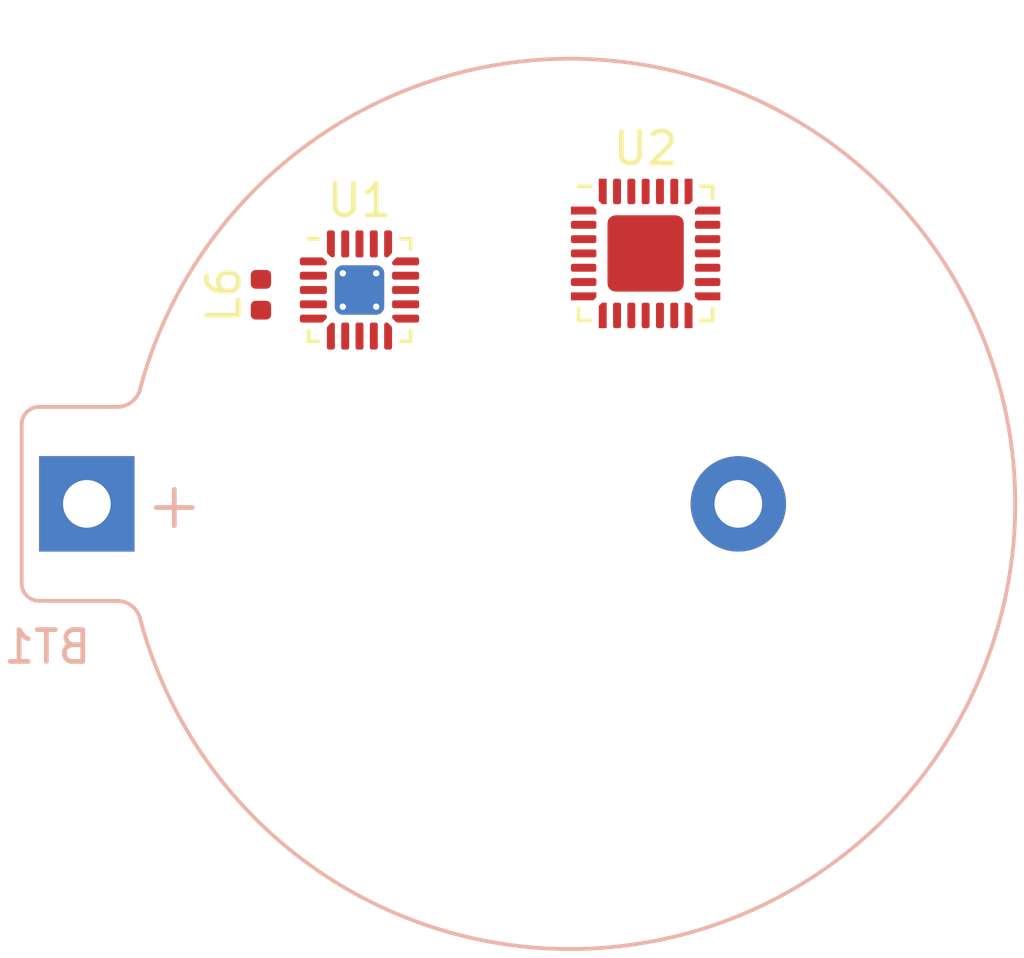
<source format=kicad_pcb>
(kicad_pcb (version 20171130) (host pcbnew 5.0.2-bee76a0~70~ubuntu18.04.1)

  (general
    (thickness 1.6)
    (drawings 0)
    (tracks 0)
    (zones 0)
    (modules 4)
    (nets 45)
  )

  (page A4)
  (layers
    (0 F.Cu signal)
    (31 B.Cu signal)
    (32 B.Adhes user)
    (33 F.Adhes user)
    (34 B.Paste user)
    (35 F.Paste user)
    (36 B.SilkS user)
    (37 F.SilkS user)
    (38 B.Mask user)
    (39 F.Mask user)
    (40 Dwgs.User user)
    (41 Cmts.User user)
    (42 Eco1.User user)
    (43 Eco2.User user)
    (44 Edge.Cuts user)
    (45 Margin user)
    (46 B.CrtYd user)
    (47 F.CrtYd user)
    (48 B.Fab user)
    (49 F.Fab user)
  )

  (setup
    (last_trace_width 0.25)
    (trace_clearance 0.2)
    (zone_clearance 0.508)
    (zone_45_only no)
    (trace_min 0.2)
    (segment_width 0.2)
    (edge_width 0.15)
    (via_size 0.8)
    (via_drill 0.4)
    (via_min_size 0.4)
    (via_min_drill 0.3)
    (uvia_size 0.3)
    (uvia_drill 0.1)
    (uvias_allowed no)
    (uvia_min_size 0.2)
    (uvia_min_drill 0.1)
    (pcb_text_width 0.3)
    (pcb_text_size 1.5 1.5)
    (mod_edge_width 0.15)
    (mod_text_size 1 1)
    (mod_text_width 0.15)
    (pad_size 1.524 1.524)
    (pad_drill 0.762)
    (pad_to_mask_clearance 0.051)
    (solder_mask_min_width 0.25)
    (aux_axis_origin 0 0)
    (visible_elements FFFFFF7F)
    (pcbplotparams
      (layerselection 0x010fc_ffffffff)
      (usegerberextensions false)
      (usegerberattributes false)
      (usegerberadvancedattributes false)
      (creategerberjobfile false)
      (excludeedgelayer true)
      (linewidth 0.100000)
      (plotframeref false)
      (viasonmask false)
      (mode 1)
      (useauxorigin false)
      (hpglpennumber 1)
      (hpglpenspeed 20)
      (hpglpendiameter 15.000000)
      (psnegative false)
      (psa4output false)
      (plotreference true)
      (plotvalue true)
      (plotinvisibletext false)
      (padsonsilk false)
      (subtractmaskfromsilk false)
      (outputformat 1)
      (mirror false)
      (drillshape 1)
      (scaleselection 1)
      (outputdirectory ""))
  )

  (net 0 "")
  (net 1 GND)
  (net 2 +3V3)
  (net 3 "Net-(C6-Pad2)")
  (net 4 "Net-(C4-Pad1)")
  (net 5 "Net-(U1-Pad2)")
  (net 6 "Net-(C5-Pad2)")
  (net 7 "Net-(U1-Pad10)")
  (net 8 "Net-(U1-Pad11)")
  (net 9 "Net-(U1-Pad12)")
  (net 10 "Net-(U1-Pad13)")
  (net 11 "Net-(U1-Pad14)")
  (net 12 "Net-(U1-Pad15)")
  (net 13 "Net-(U1-Pad16)")
  (net 14 "Net-(U1-Pad17)")
  (net 15 "Net-(U1-Pad18)")
  (net 16 "Net-(U1-Pad19)")
  (net 17 "Net-(U1-Pad20)")
  (net 18 "Net-(U2-Pad18)")
  (net 19 "Net-(U2-Pad1)")
  (net 20 "Net-(U2-Pad2)")
  (net 21 "Net-(U2-Pad3)")
  (net 22 "Net-(U2-Pad5)")
  (net 23 "Net-(U2-Pad6)")
  (net 24 "Net-(U2-Pad7)")
  (net 25 "Net-(U2-Pad8)")
  (net 26 "Net-(U2-Pad9)")
  (net 27 "Net-(U2-Pad10)")
  (net 28 "Net-(U2-Pad11)")
  (net 29 "Net-(U2-Pad12)")
  (net 30 "Net-(U2-Pad13)")
  (net 31 "Net-(U2-Pad14)")
  (net 32 "Net-(U2-Pad15)")
  (net 33 "Net-(U2-Pad16)")
  (net 34 "Net-(U2-Pad17)")
  (net 35 "Net-(U2-Pad19)")
  (net 36 "Net-(U2-Pad20)")
  (net 37 "Net-(U2-Pad21)")
  (net 38 "Net-(U2-Pad22)")
  (net 39 "Net-(U2-Pad23)")
  (net 40 "Net-(U2-Pad24)")
  (net 41 "Net-(U2-Pad25)")
  (net 42 "Net-(U2-Pad26)")
  (net 43 "Net-(U2-Pad27)")
  (net 44 "Net-(U2-Pad28)")

  (net_class Default "This is the default net class."
    (clearance 0.2)
    (trace_width 0.25)
    (via_dia 0.8)
    (via_drill 0.4)
    (uvia_dia 0.3)
    (uvia_drill 0.1)
    (add_net +3V3)
    (add_net GND)
    (add_net "Net-(C4-Pad1)")
    (add_net "Net-(C5-Pad2)")
    (add_net "Net-(C6-Pad2)")
    (add_net "Net-(U1-Pad10)")
    (add_net "Net-(U1-Pad11)")
    (add_net "Net-(U1-Pad12)")
    (add_net "Net-(U1-Pad13)")
    (add_net "Net-(U1-Pad14)")
    (add_net "Net-(U1-Pad15)")
    (add_net "Net-(U1-Pad16)")
    (add_net "Net-(U1-Pad17)")
    (add_net "Net-(U1-Pad18)")
    (add_net "Net-(U1-Pad19)")
    (add_net "Net-(U1-Pad2)")
    (add_net "Net-(U1-Pad20)")
    (add_net "Net-(U2-Pad1)")
    (add_net "Net-(U2-Pad10)")
    (add_net "Net-(U2-Pad11)")
    (add_net "Net-(U2-Pad12)")
    (add_net "Net-(U2-Pad13)")
    (add_net "Net-(U2-Pad14)")
    (add_net "Net-(U2-Pad15)")
    (add_net "Net-(U2-Pad16)")
    (add_net "Net-(U2-Pad17)")
    (add_net "Net-(U2-Pad18)")
    (add_net "Net-(U2-Pad19)")
    (add_net "Net-(U2-Pad2)")
    (add_net "Net-(U2-Pad20)")
    (add_net "Net-(U2-Pad21)")
    (add_net "Net-(U2-Pad22)")
    (add_net "Net-(U2-Pad23)")
    (add_net "Net-(U2-Pad24)")
    (add_net "Net-(U2-Pad25)")
    (add_net "Net-(U2-Pad26)")
    (add_net "Net-(U2-Pad27)")
    (add_net "Net-(U2-Pad28)")
    (add_net "Net-(U2-Pad3)")
    (add_net "Net-(U2-Pad5)")
    (add_net "Net-(U2-Pad6)")
    (add_net "Net-(U2-Pad7)")
    (add_net "Net-(U2-Pad8)")
    (add_net "Net-(U2-Pad9)")
  )

  (module Battery:BatteryHolder_Keystone_107_1x23mm (layer B.Cu) (tedit 5787C387) (tstamp 5D55120B)
    (at 109.825001 88.877162)
    (descr http://www.keyelco.com/product-pdf.cfm?p=746)
    (tags "Keystone type 107 battery holder")
    (path /5D590C17)
    (fp_text reference BT1 (at -1.25 4.5) (layer B.SilkS)
      (effects (font (size 1 1) (thickness 0.15)) (justify mirror))
    )
    (fp_text value Battery_Cell (at 15 -15) (layer B.Fab)
      (effects (font (size 1 1) (thickness 0.15)) (justify mirror))
    )
    (fp_text user + (at 2.75 0) (layer B.SilkS)
      (effects (font (size 1.5 1.5) (thickness 0.15)) (justify mirror))
    )
    (fp_text user %R (at 0 0) (layer B.Fab)
      (effects (font (size 1 1) (thickness 0.15)) (justify mirror))
    )
    (fp_arc (start 15.2 0) (end 1.65 -3.52) (angle 165.5) (layer B.SilkS) (width 0.12))
    (fp_arc (start 15.2 0) (end 1.8 -3.5) (angle 165.5) (layer B.Fab) (width 0.1))
    (fp_arc (start 15.2 0) (end 1.65 3.52) (angle -165.5) (layer B.SilkS) (width 0.12))
    (fp_arc (start 15.2 0) (end 1.8 3.5) (angle -165.5) (layer B.Fab) (width 0.1))
    (fp_arc (start 0.95 -3.8) (end 0.95 -3.05) (angle -70) (layer B.SilkS) (width 0.12))
    (fp_arc (start 0.95 -3.8) (end 0.95 -2.9) (angle -70) (layer B.Fab) (width 0.1))
    (fp_arc (start 0.95 3.8) (end 0.95 3.05) (angle 70) (layer B.SilkS) (width 0.12))
    (fp_arc (start 0.95 3.8) (end 0.95 2.9) (angle 70) (layer B.Fab) (width 0.1))
    (fp_line (start 0.95 3.05) (end -1.5 3.05) (layer B.SilkS) (width 0.12))
    (fp_line (start -1.5 -3.05) (end 0.95 -3.05) (layer B.SilkS) (width 0.12))
    (fp_arc (start -1.5 2.5) (end -2.05 2.5) (angle -90) (layer B.SilkS) (width 0.12))
    (fp_arc (start -1.5 -2.5) (end -2.05 -2.5) (angle 90) (layer B.SilkS) (width 0.12))
    (fp_line (start -2.05 2.5) (end -2.05 -2.5) (layer B.SilkS) (width 0.12))
    (fp_line (start 0.95 2.9) (end -1.5 2.9) (layer B.Fab) (width 0.1))
    (fp_line (start -1.5 -2.9) (end 0.95 -2.9) (layer B.Fab) (width 0.1))
    (fp_arc (start -1.5 -2.5) (end -1.9 -2.5) (angle 90) (layer B.Fab) (width 0.1))
    (fp_arc (start -1.5 2.5) (end -2.3 2.5) (angle -90) (layer B.CrtYd) (width 0.05))
    (fp_line (start -2.3 2.5) (end -2.3 -2.5) (layer B.CrtYd) (width 0.05))
    (fp_arc (start 0.95 -3.8) (end 0.95 -3.3) (angle -70) (layer B.CrtYd) (width 0.05))
    (fp_arc (start 15.2 0) (end 1.41 -3.6) (angle 165.5) (layer B.CrtYd) (width 0.05))
    (fp_arc (start 15.2 0) (end 1.41 3.6) (angle -165.5) (layer B.CrtYd) (width 0.05))
    (fp_arc (start 15.2 0) (end 3.7 -1.3) (angle 180) (layer B.Fab) (width 0.1))
    (fp_arc (start 15.2 0) (end 9 -1.3) (angle 170) (layer B.Fab) (width 0.1))
    (fp_arc (start 15.2 0) (end 13.3 -1.3) (angle 150) (layer B.Fab) (width 0.1))
    (fp_arc (start 15.2 0) (end 13.3 1.3) (angle -150) (layer B.Fab) (width 0.1))
    (fp_arc (start 15.2 0) (end 9 1.3) (angle -170) (layer B.Fab) (width 0.1))
    (fp_arc (start 15.2 0) (end 3.7 1.3) (angle -180) (layer B.Fab) (width 0.1))
    (fp_line (start 0.95 3.3) (end -1.5 3.3) (layer B.CrtYd) (width 0.05))
    (fp_line (start -1.5 -3.3) (end 0.95 -3.3) (layer B.CrtYd) (width 0.05))
    (fp_line (start -1.9 2.5) (end -1.9 -2.5) (layer B.Fab) (width 0.1))
    (fp_line (start 0 -1.3) (end 16.2 -1.3) (layer B.Fab) (width 0.1))
    (fp_line (start 16.2 1.3) (end 0 1.3) (layer B.Fab) (width 0.1))
    (fp_arc (start 0.95 3.8) (end 0.95 3.3) (angle 70) (layer B.CrtYd) (width 0.05))
    (fp_arc (start 16.2 0) (end 16.2 1.3) (angle -180) (layer B.Fab) (width 0.1))
    (fp_line (start 0 1.3) (end 0 -1.3) (layer B.Fab) (width 0.1))
    (fp_arc (start -1.5 -2.5) (end -2.3 -2.5) (angle 90) (layer B.CrtYd) (width 0.05))
    (fp_arc (start -1.5 2.5) (end -1.9 2.5) (angle -90) (layer B.Fab) (width 0.1))
    (fp_line (start 23.7236 -7.8613) (end 25.3673 -9.3907) (layer B.Fab) (width 0.1))
    (fp_line (start 23.7109 7.8867) (end 25.3392 9.4388) (layer B.Fab) (width 0.1))
    (pad 2 thru_hole circle (at 20.49 0) (size 3 3) (drill 1.5) (layers *.Cu *.Mask)
      (net 1 GND))
    (pad 1 thru_hole rect (at 0 0) (size 3 3) (drill 1.5) (layers *.Cu *.Mask)
      (net 2 +3V3))
    (model ${KISYS3DMOD}/Battery.3dshapes/BatteryHolder_Keystone_107_1x23mm.wrl
      (at (xyz 0 0 0))
      (scale (xyz 1 1 1))
      (rotate (xyz 0 0 0))
    )
  )

  (module Inductor_SMD:L_0402_1005Metric (layer F.Cu) (tedit 5B301BBE) (tstamp 5D55121A)
    (at 115.3 82.3 90)
    (descr "Inductor SMD 0402 (1005 Metric), square (rectangular) end terminal, IPC_7351 nominal, (Body size source: http://www.tortai-tech.com/upload/download/2011102023233369053.pdf), generated with kicad-footprint-generator")
    (tags inductor)
    (path /5D57BDFE)
    (attr smd)
    (fp_text reference L6 (at 0 -1.17 90) (layer F.SilkS)
      (effects (font (size 1 1) (thickness 0.15)))
    )
    (fp_text value 18nH (at 0 1.17 90) (layer F.Fab)
      (effects (font (size 1 1) (thickness 0.15)))
    )
    (fp_line (start -0.5 0.25) (end -0.5 -0.25) (layer F.Fab) (width 0.1))
    (fp_line (start -0.5 -0.25) (end 0.5 -0.25) (layer F.Fab) (width 0.1))
    (fp_line (start 0.5 -0.25) (end 0.5 0.25) (layer F.Fab) (width 0.1))
    (fp_line (start 0.5 0.25) (end -0.5 0.25) (layer F.Fab) (width 0.1))
    (fp_line (start -0.93 0.47) (end -0.93 -0.47) (layer F.CrtYd) (width 0.05))
    (fp_line (start -0.93 -0.47) (end 0.93 -0.47) (layer F.CrtYd) (width 0.05))
    (fp_line (start 0.93 -0.47) (end 0.93 0.47) (layer F.CrtYd) (width 0.05))
    (fp_line (start 0.93 0.47) (end -0.93 0.47) (layer F.CrtYd) (width 0.05))
    (fp_text user %R (at 0 0 90) (layer F.Fab)
      (effects (font (size 0.25 0.25) (thickness 0.04)))
    )
    (pad 1 smd roundrect (at -0.485 0 90) (size 0.59 0.64) (layers F.Cu F.Paste F.Mask) (roundrect_rratio 0.25)
      (net 3 "Net-(C6-Pad2)"))
    (pad 2 smd roundrect (at 0.485 0 90) (size 0.59 0.64) (layers F.Cu F.Paste F.Mask) (roundrect_rratio 0.25)
      (net 4 "Net-(C4-Pad1)"))
    (model ${KISYS3DMOD}/Inductor_SMD.3dshapes/L_0402_1005Metric.wrl
      (at (xyz 0 0 0))
      (scale (xyz 1 1 1))
      (rotate (xyz 0 0 0))
    )
  )

  (module Package_DFN_QFN:VQFN-20-1EP_3x3mm_P0.45mm_EP1.55x1.55mm_ThermalVias (layer F.Cu) (tedit 5BBD37D9) (tstamp 5D55124D)
    (at 118.4 82.15)
    (descr "VQFN, 20 Pin (http://ww1.microchip.com/downloads/en/DeviceDoc/doc8246.pdf (page 264)), generated with kicad-footprint-generator ipc_dfn_qfn_generator.py")
    (tags "VQFN DFN_QFN")
    (path /5D57BABF)
    (attr smd)
    (fp_text reference U1 (at 0 -2.82) (layer F.SilkS)
      (effects (font (size 1 1) (thickness 0.15)))
    )
    (fp_text value SI4455 (at 0 2.82) (layer F.Fab)
      (effects (font (size 1 1) (thickness 0.15)))
    )
    (fp_line (start 1.285 -1.61) (end 1.61 -1.61) (layer F.SilkS) (width 0.12))
    (fp_line (start 1.61 -1.61) (end 1.61 -1.285) (layer F.SilkS) (width 0.12))
    (fp_line (start -1.285 1.61) (end -1.61 1.61) (layer F.SilkS) (width 0.12))
    (fp_line (start -1.61 1.61) (end -1.61 1.285) (layer F.SilkS) (width 0.12))
    (fp_line (start 1.285 1.61) (end 1.61 1.61) (layer F.SilkS) (width 0.12))
    (fp_line (start 1.61 1.61) (end 1.61 1.285) (layer F.SilkS) (width 0.12))
    (fp_line (start -1.285 -1.61) (end -1.61 -1.61) (layer F.SilkS) (width 0.12))
    (fp_line (start -0.75 -1.5) (end 1.5 -1.5) (layer F.Fab) (width 0.1))
    (fp_line (start 1.5 -1.5) (end 1.5 1.5) (layer F.Fab) (width 0.1))
    (fp_line (start 1.5 1.5) (end -1.5 1.5) (layer F.Fab) (width 0.1))
    (fp_line (start -1.5 1.5) (end -1.5 -0.75) (layer F.Fab) (width 0.1))
    (fp_line (start -1.5 -0.75) (end -0.75 -1.5) (layer F.Fab) (width 0.1))
    (fp_line (start -2.12 -2.12) (end -2.12 2.12) (layer F.CrtYd) (width 0.05))
    (fp_line (start -2.12 2.12) (end 2.12 2.12) (layer F.CrtYd) (width 0.05))
    (fp_line (start 2.12 2.12) (end 2.12 -2.12) (layer F.CrtYd) (width 0.05))
    (fp_line (start 2.12 -2.12) (end -2.12 -2.12) (layer F.CrtYd) (width 0.05))
    (fp_text user %R (at 0 0) (layer F.Fab)
      (effects (font (size 0.75 0.75) (thickness 0.11)))
    )
    (pad 21 smd roundrect (at 0 0) (size 1.55 1.55) (layers F.Cu F.Mask) (roundrect_rratio 0.16129))
    (pad 21 thru_hole circle (at -0.525 -0.525) (size 0.5 0.5) (drill 0.2) (layers *.Cu))
    (pad 21 thru_hole circle (at 0.525 -0.525) (size 0.5 0.5) (drill 0.2) (layers *.Cu))
    (pad 21 thru_hole circle (at -0.525 0.525) (size 0.5 0.5) (drill 0.2) (layers *.Cu))
    (pad 21 thru_hole circle (at 0.525 0.525) (size 0.5 0.5) (drill 0.2) (layers *.Cu))
    (pad 21 smd roundrect (at 0 0) (size 1.55 1.55) (layers B.Cu) (roundrect_rratio 0.16129))
    (pad "" smd roundrect (at -0.39 -0.39) (size 0.67 0.67) (layers F.Paste) (roundrect_rratio 0.25))
    (pad "" smd roundrect (at -0.39 0.39) (size 0.67 0.67) (layers F.Paste) (roundrect_rratio 0.25))
    (pad "" smd roundrect (at 0.39 -0.39) (size 0.67 0.67) (layers F.Paste) (roundrect_rratio 0.25))
    (pad "" smd roundrect (at 0.39 0.39) (size 0.67 0.67) (layers F.Paste) (roundrect_rratio 0.25))
    (pad 1 smd custom (at -1.45 -0.9) (size 0.179289 0.179289) (layers F.Cu F.Paste F.Mask)
      (net 1 GND)
      (options (clearance outline) (anchor circle))
      (primitives
        (gr_poly (pts
           (xy -0.3625 -0.0625) (xy 0.2625 -0.0625) (xy 0.3625 0.0375) (xy 0.3625 0.0625) (xy -0.3625 0.0625)
) (width 0.125))
      ))
    (pad 2 smd roundrect (at -1.45 -0.45) (size 0.85 0.25) (layers F.Cu F.Paste F.Mask) (roundrect_rratio 0.25)
      (net 5 "Net-(U1-Pad2)"))
    (pad 3 smd roundrect (at -1.45 0) (size 0.85 0.25) (layers F.Cu F.Paste F.Mask) (roundrect_rratio 0.25)
      (net 4 "Net-(C4-Pad1)"))
    (pad 4 smd roundrect (at -1.45 0.45) (size 0.85 0.25) (layers F.Cu F.Paste F.Mask) (roundrect_rratio 0.25)
      (net 3 "Net-(C6-Pad2)"))
    (pad 5 smd custom (at -1.45 0.9) (size 0.179289 0.179289) (layers F.Cu F.Paste F.Mask)
      (net 6 "Net-(C5-Pad2)")
      (options (clearance outline) (anchor circle))
      (primitives
        (gr_poly (pts
           (xy -0.3625 -0.0625) (xy 0.3625 -0.0625) (xy 0.3625 -0.0375) (xy 0.2625 0.0625) (xy -0.3625 0.0625)
) (width 0.125))
      ))
    (pad 6 smd custom (at -0.9 1.45) (size 0.179289 0.179289) (layers F.Cu F.Paste F.Mask)
      (net 1 GND)
      (options (clearance outline) (anchor circle))
      (primitives
        (gr_poly (pts
           (xy -0.0625 -0.2625) (xy 0.0375 -0.3625) (xy 0.0625 -0.3625) (xy 0.0625 0.3625) (xy -0.0625 0.3625)
) (width 0.125))
      ))
    (pad 7 smd roundrect (at -0.45 1.45) (size 0.25 0.85) (layers F.Cu F.Paste F.Mask) (roundrect_rratio 0.25)
      (net 2 +3V3))
    (pad 8 smd roundrect (at 0 1.45) (size 0.25 0.85) (layers F.Cu F.Paste F.Mask) (roundrect_rratio 0.25)
      (net 2 +3V3))
    (pad 9 smd roundrect (at 0.45 1.45) (size 0.25 0.85) (layers F.Cu F.Paste F.Mask) (roundrect_rratio 0.25)
      (net 1 GND))
    (pad 10 smd custom (at 0.9 1.45) (size 0.179289 0.179289) (layers F.Cu F.Paste F.Mask)
      (net 7 "Net-(U1-Pad10)")
      (options (clearance outline) (anchor circle))
      (primitives
        (gr_poly (pts
           (xy -0.0625 -0.3625) (xy -0.0375 -0.3625) (xy 0.0625 -0.2625) (xy 0.0625 0.3625) (xy -0.0625 0.3625)
) (width 0.125))
      ))
    (pad 11 smd custom (at 1.45 0.9) (size 0.179289 0.179289) (layers F.Cu F.Paste F.Mask)
      (net 8 "Net-(U1-Pad11)")
      (options (clearance outline) (anchor circle))
      (primitives
        (gr_poly (pts
           (xy -0.3625 -0.0625) (xy 0.3625 -0.0625) (xy 0.3625 0.0625) (xy -0.2625 0.0625) (xy -0.3625 -0.0375)
) (width 0.125))
      ))
    (pad 12 smd roundrect (at 1.45 0.45) (size 0.85 0.25) (layers F.Cu F.Paste F.Mask) (roundrect_rratio 0.25)
      (net 9 "Net-(U1-Pad12)"))
    (pad 13 smd roundrect (at 1.45 0) (size 0.85 0.25) (layers F.Cu F.Paste F.Mask) (roundrect_rratio 0.25)
      (net 10 "Net-(U1-Pad13)"))
    (pad 14 smd roundrect (at 1.45 -0.45) (size 0.85 0.25) (layers F.Cu F.Paste F.Mask) (roundrect_rratio 0.25)
      (net 11 "Net-(U1-Pad14)"))
    (pad 15 smd custom (at 1.45 -0.9) (size 0.179289 0.179289) (layers F.Cu F.Paste F.Mask)
      (net 12 "Net-(U1-Pad15)")
      (options (clearance outline) (anchor circle))
      (primitives
        (gr_poly (pts
           (xy -0.3625 0.0375) (xy -0.2625 -0.0625) (xy 0.3625 -0.0625) (xy 0.3625 0.0625) (xy -0.3625 0.0625)
) (width 0.125))
      ))
    (pad 16 smd custom (at 0.9 -1.45) (size 0.179289 0.179289) (layers F.Cu F.Paste F.Mask)
      (net 13 "Net-(U1-Pad16)")
      (options (clearance outline) (anchor circle))
      (primitives
        (gr_poly (pts
           (xy -0.0625 -0.3625) (xy 0.0625 -0.3625) (xy 0.0625 0.2625) (xy -0.0375 0.3625) (xy -0.0625 0.3625)
) (width 0.125))
      ))
    (pad 17 smd roundrect (at 0.45 -1.45) (size 0.25 0.85) (layers F.Cu F.Paste F.Mask) (roundrect_rratio 0.25)
      (net 14 "Net-(U1-Pad17)"))
    (pad 18 smd roundrect (at 0 -1.45) (size 0.25 0.85) (layers F.Cu F.Paste F.Mask) (roundrect_rratio 0.25)
      (net 15 "Net-(U1-Pad18)"))
    (pad 19 smd roundrect (at -0.45 -1.45) (size 0.25 0.85) (layers F.Cu F.Paste F.Mask) (roundrect_rratio 0.25)
      (net 16 "Net-(U1-Pad19)"))
    (pad 20 smd custom (at -0.9 -1.45) (size 0.179289 0.179289) (layers F.Cu F.Paste F.Mask)
      (net 17 "Net-(U1-Pad20)")
      (options (clearance outline) (anchor circle))
      (primitives
        (gr_poly (pts
           (xy -0.0625 -0.3625) (xy 0.0625 -0.3625) (xy 0.0625 0.3625) (xy 0.0375 0.3625) (xy -0.0625 0.2625)
) (width 0.125))
      ))
    (model ${KISYS3DMOD}/Package_DFN_QFN.3dshapes/VQFN-20-1EP_3x3mm_P0.45mm_EP1.55x1.55mm.wrl
      (at (xyz 0 0 0))
      (scale (xyz 1 1 1))
      (rotate (xyz 0 0 0))
    )
  )

  (module Package_DFN_QFN:QFN-28-1EP_4x4mm_P0.45mm_EP2.4x2.4mm (layer F.Cu) (tedit 5B4DE18E) (tstamp 5D551283)
    (at 127.4 81)
    (descr "QFN, 28 Pin (http://ww1.microchip.com/downloads/en/DeviceDoc/8008S.pdf (Page 16)), generated with kicad-footprint-generator ipc_dfn_qfn_generator.py")
    (tags "QFN DFN_QFN")
    (path /5D59407E)
    (attr smd)
    (fp_text reference U2 (at 0 -3.3) (layer F.SilkS)
      (effects (font (size 1 1) (thickness 0.15)))
    )
    (fp_text value ATmega328P-MMH (at 0 3.3) (layer F.Fab)
      (effects (font (size 1 1) (thickness 0.15)))
    )
    (fp_line (start 1.735 -2.11) (end 2.11 -2.11) (layer F.SilkS) (width 0.12))
    (fp_line (start 2.11 -2.11) (end 2.11 -1.735) (layer F.SilkS) (width 0.12))
    (fp_line (start -1.735 2.11) (end -2.11 2.11) (layer F.SilkS) (width 0.12))
    (fp_line (start -2.11 2.11) (end -2.11 1.735) (layer F.SilkS) (width 0.12))
    (fp_line (start 1.735 2.11) (end 2.11 2.11) (layer F.SilkS) (width 0.12))
    (fp_line (start 2.11 2.11) (end 2.11 1.735) (layer F.SilkS) (width 0.12))
    (fp_line (start -1.735 -2.11) (end -2.11 -2.11) (layer F.SilkS) (width 0.12))
    (fp_line (start -1 -2) (end 2 -2) (layer F.Fab) (width 0.1))
    (fp_line (start 2 -2) (end 2 2) (layer F.Fab) (width 0.1))
    (fp_line (start 2 2) (end -2 2) (layer F.Fab) (width 0.1))
    (fp_line (start -2 2) (end -2 -1) (layer F.Fab) (width 0.1))
    (fp_line (start -2 -1) (end -1 -2) (layer F.Fab) (width 0.1))
    (fp_line (start -2.6 -2.6) (end -2.6 2.6) (layer F.CrtYd) (width 0.05))
    (fp_line (start -2.6 2.6) (end 2.6 2.6) (layer F.CrtYd) (width 0.05))
    (fp_line (start 2.6 2.6) (end 2.6 -2.6) (layer F.CrtYd) (width 0.05))
    (fp_line (start 2.6 -2.6) (end -2.6 -2.6) (layer F.CrtYd) (width 0.05))
    (fp_text user %R (at 0 0) (layer F.Fab)
      (effects (font (size 1 1) (thickness 0.15)))
    )
    (pad 29 smd roundrect (at 0 0) (size 2.4 2.4) (layers F.Cu F.Mask) (roundrect_rratio 0.104167)
      (net 18 "Net-(U2-Pad18)"))
    (pad "" smd roundrect (at -0.6 -0.6) (size 0.97 0.97) (layers F.Paste) (roundrect_rratio 0.25))
    (pad "" smd roundrect (at -0.6 0.6) (size 0.97 0.97) (layers F.Paste) (roundrect_rratio 0.25))
    (pad "" smd roundrect (at 0.6 -0.6) (size 0.97 0.97) (layers F.Paste) (roundrect_rratio 0.25))
    (pad "" smd roundrect (at 0.6 0.6) (size 0.97 0.97) (layers F.Paste) (roundrect_rratio 0.25))
    (pad 1 smd custom (at -1.95 -1.35) (size 0.179289 0.179289) (layers F.Cu F.Paste F.Mask)
      (net 19 "Net-(U2-Pad1)")
      (options (clearance outline) (anchor circle))
      (primitives
        (gr_poly (pts
           (xy -0.4 -0.125) (xy 0.3 -0.125) (xy 0.4 -0.025) (xy 0.4 0.125) (xy -0.4 0.125)
) (width 0))
      ))
    (pad 2 smd roundrect (at -1.95 -0.9) (size 0.8 0.25) (layers F.Cu F.Paste F.Mask) (roundrect_rratio 0.25)
      (net 20 "Net-(U2-Pad2)"))
    (pad 3 smd roundrect (at -1.95 -0.45) (size 0.8 0.25) (layers F.Cu F.Paste F.Mask) (roundrect_rratio 0.25)
      (net 21 "Net-(U2-Pad3)"))
    (pad 4 smd roundrect (at -1.95 0) (size 0.8 0.25) (layers F.Cu F.Paste F.Mask) (roundrect_rratio 0.25)
      (net 18 "Net-(U2-Pad18)"))
    (pad 5 smd roundrect (at -1.95 0.45) (size 0.8 0.25) (layers F.Cu F.Paste F.Mask) (roundrect_rratio 0.25)
      (net 22 "Net-(U2-Pad5)"))
    (pad 6 smd roundrect (at -1.95 0.9) (size 0.8 0.25) (layers F.Cu F.Paste F.Mask) (roundrect_rratio 0.25)
      (net 23 "Net-(U2-Pad6)"))
    (pad 7 smd custom (at -1.95 1.35) (size 0.179289 0.179289) (layers F.Cu F.Paste F.Mask)
      (net 24 "Net-(U2-Pad7)")
      (options (clearance outline) (anchor circle))
      (primitives
        (gr_poly (pts
           (xy -0.4 -0.125) (xy 0.4 -0.125) (xy 0.4 0.025) (xy 0.3 0.125) (xy -0.4 0.125)
) (width 0))
      ))
    (pad 8 smd custom (at -1.35 1.95) (size 0.179289 0.179289) (layers F.Cu F.Paste F.Mask)
      (net 25 "Net-(U2-Pad8)")
      (options (clearance outline) (anchor circle))
      (primitives
        (gr_poly (pts
           (xy -0.125 -0.3) (xy -0.025 -0.4) (xy 0.125 -0.4) (xy 0.125 0.4) (xy -0.125 0.4)
) (width 0))
      ))
    (pad 9 smd roundrect (at -0.9 1.95) (size 0.25 0.8) (layers F.Cu F.Paste F.Mask) (roundrect_rratio 0.25)
      (net 26 "Net-(U2-Pad9)"))
    (pad 10 smd roundrect (at -0.45 1.95) (size 0.25 0.8) (layers F.Cu F.Paste F.Mask) (roundrect_rratio 0.25)
      (net 27 "Net-(U2-Pad10)"))
    (pad 11 smd roundrect (at 0 1.95) (size 0.25 0.8) (layers F.Cu F.Paste F.Mask) (roundrect_rratio 0.25)
      (net 28 "Net-(U2-Pad11)"))
    (pad 12 smd roundrect (at 0.45 1.95) (size 0.25 0.8) (layers F.Cu F.Paste F.Mask) (roundrect_rratio 0.25)
      (net 29 "Net-(U2-Pad12)"))
    (pad 13 smd roundrect (at 0.9 1.95) (size 0.25 0.8) (layers F.Cu F.Paste F.Mask) (roundrect_rratio 0.25)
      (net 30 "Net-(U2-Pad13)"))
    (pad 14 smd custom (at 1.35 1.95) (size 0.179289 0.179289) (layers F.Cu F.Paste F.Mask)
      (net 31 "Net-(U2-Pad14)")
      (options (clearance outline) (anchor circle))
      (primitives
        (gr_poly (pts
           (xy -0.125 -0.4) (xy 0.025 -0.4) (xy 0.125 -0.3) (xy 0.125 0.4) (xy -0.125 0.4)
) (width 0))
      ))
    (pad 15 smd custom (at 1.95 1.35) (size 0.179289 0.179289) (layers F.Cu F.Paste F.Mask)
      (net 32 "Net-(U2-Pad15)")
      (options (clearance outline) (anchor circle))
      (primitives
        (gr_poly (pts
           (xy -0.4 -0.125) (xy 0.4 -0.125) (xy 0.4 0.125) (xy -0.3 0.125) (xy -0.4 0.025)
) (width 0))
      ))
    (pad 16 smd roundrect (at 1.95 0.9) (size 0.8 0.25) (layers F.Cu F.Paste F.Mask) (roundrect_rratio 0.25)
      (net 33 "Net-(U2-Pad16)"))
    (pad 17 smd roundrect (at 1.95 0.45) (size 0.8 0.25) (layers F.Cu F.Paste F.Mask) (roundrect_rratio 0.25)
      (net 34 "Net-(U2-Pad17)"))
    (pad 18 smd roundrect (at 1.95 0) (size 0.8 0.25) (layers F.Cu F.Paste F.Mask) (roundrect_rratio 0.25)
      (net 18 "Net-(U2-Pad18)"))
    (pad 19 smd roundrect (at 1.95 -0.45) (size 0.8 0.25) (layers F.Cu F.Paste F.Mask) (roundrect_rratio 0.25)
      (net 35 "Net-(U2-Pad19)"))
    (pad 20 smd roundrect (at 1.95 -0.9) (size 0.8 0.25) (layers F.Cu F.Paste F.Mask) (roundrect_rratio 0.25)
      (net 36 "Net-(U2-Pad20)"))
    (pad 21 smd custom (at 1.95 -1.35) (size 0.179289 0.179289) (layers F.Cu F.Paste F.Mask)
      (net 37 "Net-(U2-Pad21)")
      (options (clearance outline) (anchor circle))
      (primitives
        (gr_poly (pts
           (xy -0.4 -0.025) (xy -0.3 -0.125) (xy 0.4 -0.125) (xy 0.4 0.125) (xy -0.4 0.125)
) (width 0))
      ))
    (pad 22 smd custom (at 1.35 -1.95) (size 0.179289 0.179289) (layers F.Cu F.Paste F.Mask)
      (net 38 "Net-(U2-Pad22)")
      (options (clearance outline) (anchor circle))
      (primitives
        (gr_poly (pts
           (xy -0.125 -0.4) (xy 0.125 -0.4) (xy 0.125 0.3) (xy 0.025 0.4) (xy -0.125 0.4)
) (width 0))
      ))
    (pad 23 smd roundrect (at 0.9 -1.95) (size 0.25 0.8) (layers F.Cu F.Paste F.Mask) (roundrect_rratio 0.25)
      (net 39 "Net-(U2-Pad23)"))
    (pad 24 smd roundrect (at 0.45 -1.95) (size 0.25 0.8) (layers F.Cu F.Paste F.Mask) (roundrect_rratio 0.25)
      (net 40 "Net-(U2-Pad24)"))
    (pad 25 smd roundrect (at 0 -1.95) (size 0.25 0.8) (layers F.Cu F.Paste F.Mask) (roundrect_rratio 0.25)
      (net 41 "Net-(U2-Pad25)"))
    (pad 26 smd roundrect (at -0.45 -1.95) (size 0.25 0.8) (layers F.Cu F.Paste F.Mask) (roundrect_rratio 0.25)
      (net 42 "Net-(U2-Pad26)"))
    (pad 27 smd roundrect (at -0.9 -1.95) (size 0.25 0.8) (layers F.Cu F.Paste F.Mask) (roundrect_rratio 0.25)
      (net 43 "Net-(U2-Pad27)"))
    (pad 28 smd custom (at -1.35 -1.95) (size 0.179289 0.179289) (layers F.Cu F.Paste F.Mask)
      (net 44 "Net-(U2-Pad28)")
      (options (clearance outline) (anchor circle))
      (primitives
        (gr_poly (pts
           (xy -0.125 -0.4) (xy 0.125 -0.4) (xy 0.125 0.4) (xy -0.025 0.4) (xy -0.125 0.3)
) (width 0))
      ))
    (model ${KISYS3DMOD}/Package_DFN_QFN.3dshapes/QFN-28-1EP_4x4mm_P0.45mm_EP2.4x2.4mm.wrl
      (at (xyz 0 0 0))
      (scale (xyz 1 1 1))
      (rotate (xyz 0 0 0))
    )
  )

)

</source>
